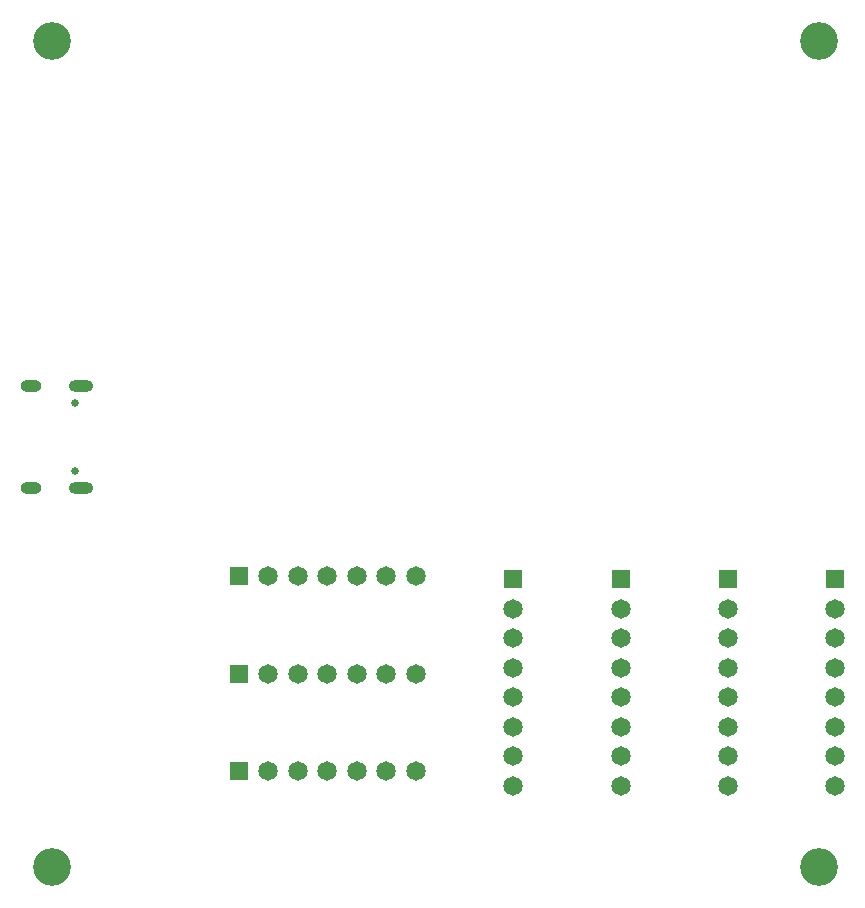
<source format=gbr>
%TF.GenerationSoftware,KiCad,Pcbnew,8.0.8*%
%TF.CreationDate,2025-04-03T15:34:39+02:00*%
%TF.ProjectId,MCU,4d43552e-6b69-4636-9164-5f7063625858,rev?*%
%TF.SameCoordinates,Original*%
%TF.FileFunction,Soldermask,Bot*%
%TF.FilePolarity,Negative*%
%FSLAX46Y46*%
G04 Gerber Fmt 4.6, Leading zero omitted, Abs format (unit mm)*
G04 Created by KiCad (PCBNEW 8.0.8) date 2025-04-03 15:34:39*
%MOMM*%
%LPD*%
G01*
G04 APERTURE LIST*
%ADD10C,0.650000*%
%ADD11O,2.100000X1.000000*%
%ADD12O,1.800000X1.000000*%
%ADD13C,3.200000*%
%ADD14R,1.650000X1.650000*%
%ADD15C,1.650000*%
G04 APERTURE END LIST*
D10*
%TO.C,USB-C*%
X102955000Y-84690000D03*
X102955000Y-90470000D03*
D11*
X103455000Y-83260000D03*
D12*
X99275000Y-83260000D03*
D11*
X103455000Y-91900000D03*
D12*
X99275000Y-91900000D03*
%TD*%
D13*
%TO.C,H4*%
X166000000Y-54000000D03*
%TD*%
D14*
%TO.C,SPI1*%
X116850000Y-107580000D03*
D15*
X119350000Y-107580000D03*
X121850000Y-107580000D03*
X124350000Y-107580000D03*
X126850000Y-107580000D03*
X129350000Y-107580000D03*
X131850000Y-107580000D03*
%TD*%
D14*
%TO.C,GPIO0*%
X140100000Y-99580000D03*
D15*
X140100000Y-102080000D03*
X140100000Y-104580000D03*
X140100000Y-107080000D03*
X140100000Y-109580000D03*
X140100000Y-112080000D03*
X140100000Y-114580000D03*
X140100000Y-117080000D03*
%TD*%
D14*
%TO.C,SPI2*%
X116850000Y-115830000D03*
D15*
X119350000Y-115830000D03*
X121850000Y-115830000D03*
X124350000Y-115830000D03*
X126850000Y-115830000D03*
X129350000Y-115830000D03*
X131850000Y-115830000D03*
%TD*%
D14*
%TO.C,GPIO3*%
X167350000Y-99580000D03*
D15*
X167350000Y-102080000D03*
X167350000Y-104580000D03*
X167350000Y-107080000D03*
X167350000Y-109580000D03*
X167350000Y-112080000D03*
X167350000Y-114580000D03*
X167350000Y-117080000D03*
%TD*%
D14*
%TO.C,GPIO2*%
X158266666Y-99580000D03*
D15*
X158266666Y-102080000D03*
X158266666Y-104580000D03*
X158266666Y-107080000D03*
X158266666Y-109580000D03*
X158266666Y-112080000D03*
X158266666Y-114580000D03*
X158266666Y-117080000D03*
%TD*%
D13*
%TO.C,H3*%
X101000000Y-54000000D03*
%TD*%
%TO.C,H1*%
X101000000Y-124000000D03*
%TD*%
%TO.C,H2*%
X166000000Y-124000000D03*
%TD*%
D14*
%TO.C,SPI0*%
X116850000Y-99330000D03*
D15*
X119350000Y-99330000D03*
X121850000Y-99330000D03*
X124350000Y-99330000D03*
X126850000Y-99330000D03*
X129350000Y-99330000D03*
X131850000Y-99330000D03*
%TD*%
D14*
%TO.C,GPIO1*%
X149183333Y-99580000D03*
D15*
X149183333Y-102080000D03*
X149183333Y-104580000D03*
X149183333Y-107080000D03*
X149183333Y-109580000D03*
X149183333Y-112080000D03*
X149183333Y-114580000D03*
X149183333Y-117080000D03*
%TD*%
M02*

</source>
